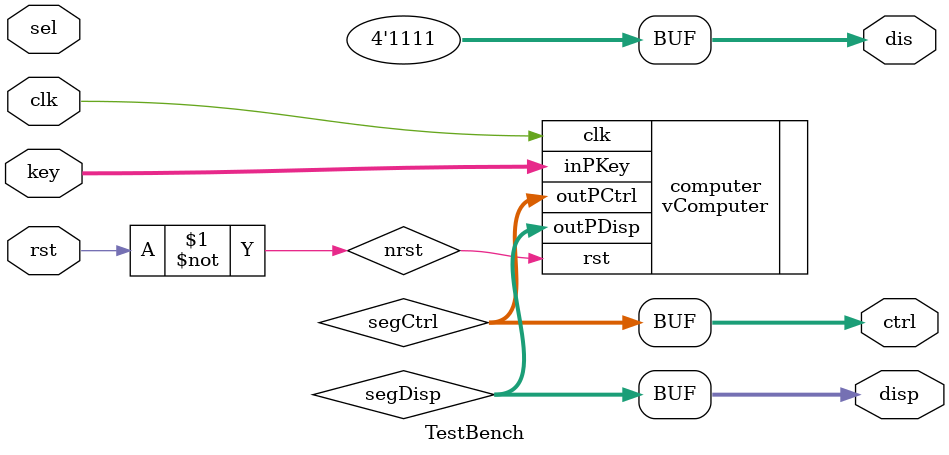
<source format=v>

module TestBench(key, sel, disp, ctrl, dis, rst, clk);
	input clk;
	input rst;
	
	input [6:0] key;
	input sel;
	output [7:0] disp;
	output [3:0] ctrl;
	output [3:0] dis;
	
	wire nrst;
	assign nrst = ~rst;
	
	wire [7:0] segDisp;
	wire [3:0] segCtrl;
	reg [3:0] dis;
	
	vComputer computer(.inPKey(key), .outPDisp(segDisp), .outPCtrl(segCtrl), .rst(nrst), .clk(clk));
	
	assign disp = segDisp;
	assign ctrl = segCtrl;
	
	initial begin
		dis <= 4'b1111;
	end
endmodule


/*
// Memory and Periph Test
module TestBench(key, sel, disp, ctrl, dis, rst, clk);
	input clk;
	input rst;
	
	input [6:0] key;
	input sel;
	output [7:0] disp;
	output [3:0] ctrl;
	output [3:0] dis;
	
	wire nrst;
	assign nrst = ~rst;
	
	reg [15:0] data_in;
	reg [14:0] addr;
	reg writeEna;
	wire [15:0] data_out;
	
	wire [7:0] segDisp;
	wire [3:0] segCtrl;
	wire [7:0] segDisp_;
	wire [3:0] segCtrl_;
	reg [3:0] dis;
	
	reg [31:0] cnt;
	
	MyMemory mem(.in(data_in), .addr(addr), .wEna(writeEna), .inPKey(key), .out(data_out), .outPDisp(segDisp), .outPCtrl(segCtrl), .rst(nrst), .clk(clk));
	SegDisplayer seg(.in(data_out), .out(segDisp_), .sel(segCtrl_), .clk(clk));
	
	assign disp = sel ? segDisp : segDisp_;
	assign ctrl = sel ? segCtrl : segCtrl_;
	
	initial begin 		
		dis <= 4'b1111;
	end
	
	always @ (posedge clk) begin
		cnt <= cnt + 1;
	end
	
	always @ (posedge clk) begin
		if (cnt < 100) begin
			data_in <= 16'd2468;
			addr <= 15'b100_0000_0000_0000;
			writeEna <= 1'b1;
		end
		else begin
			addr <= 15'b000_0000_0000_0000;
			writeEna <= 1'b0;
		end
	end
endmodule
*/

/*
// ROM32K test
module TestBench(key, sel, disp, ctrl, dis, rst, clk);
	input clk;
	input rst;
	
	input [6:0] key;
	input sel;
	output [7:0] disp;
	output [3:0] ctrl;
	output [3:0] dis;
	
	wire nrst;
	assign nrst = ~rst;
	
	wire [15:0] outKey;
	wire [15:0] data_out;
	wire [7:0] segDisp;
	wire [3:0] segCtrl;
	reg [3:0] dis;
	
	KeyHandler prs(.in(key), .out(outKey), .clk(clk));
	ROM32K ins(.dina(16'b0), .addra(outKey[11:0]), .wea(1'b0), .douta(data_out), .clka(clk));
	SegDisplayer seg(.in(data_out), .out(segDisp), .sel(segCtrl), .clk(clk));
	
	assign disp = segDisp;
	assign ctrl = segCtrl;
	
	initial begin
		dis <= 4'b1111;
	end
endmodule
*/

/*
// ALU Test
module TestBench(key, sel, disp, ctrl, dis, rst, clk);
	input clk;
	input rst;
	
	input [6:0] key;
	input sel;
	output [7:0] disp;
	output [3:0] ctrl;
	output [3:0] dis;
	
	wire nrst;
	assign nrst = ~rst;
	
	wire [7:0] segDisp;
	wire [3:0] segCtrl;
	reg [3:0] dis;
	
	reg [15:0] x, y;
	reg [5:0] instr;
	wire [15:0] outALU;
	
	ALU alu(.x(x), .y(y), .instr(instr), .out(outALU));
	SegDisplayer seg(.in(outALU), .out(segDisp), .sel(segCtrl), .clk(clk));
	
	assign disp = segDisp;
	assign ctrl = segCtrl;
	
	initial begin
		dis <= 4'b1111;
		x <= 16'b0000001001100110;
		y <= 16'b0000001001100110;
		instr <= 6'b110000;
	end
endmodule
*/

</source>
